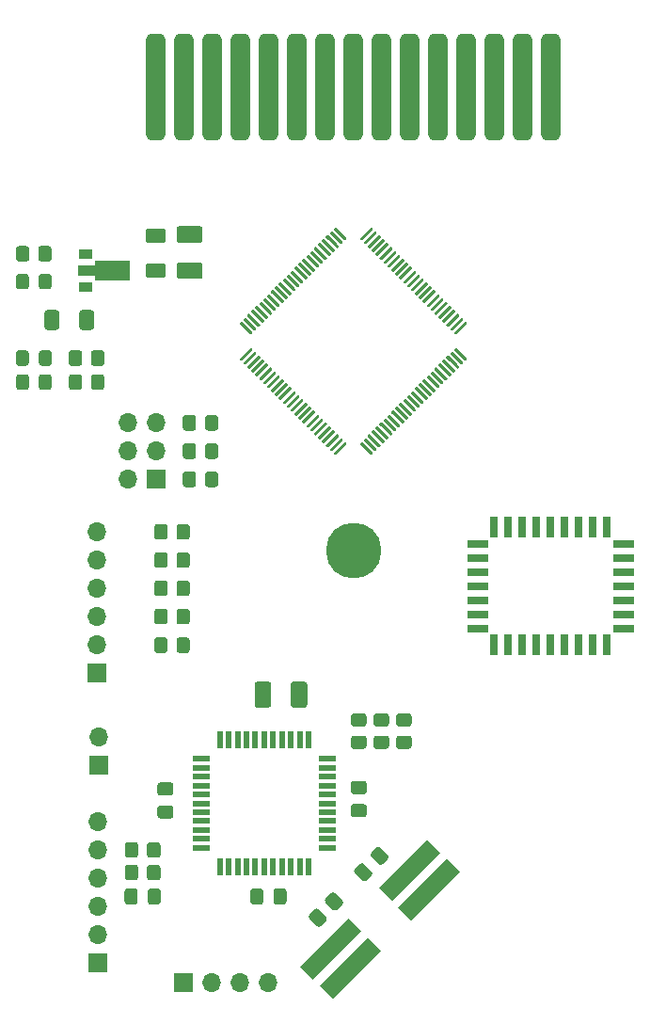
<source format=gbr>
%TF.GenerationSoftware,KiCad,Pcbnew,5.1.10-6.fc33*%
%TF.CreationDate,2021-09-12T19:05:31+02:00*%
%TF.ProjectId,xecar524,78656361-7235-4323-942e-6b696361645f,rev?*%
%TF.SameCoordinates,Original*%
%TF.FileFunction,Soldermask,Top*%
%TF.FilePolarity,Negative*%
%FSLAX46Y46*%
G04 Gerber Fmt 4.6, Leading zero omitted, Abs format (unit mm)*
G04 Created by KiCad (PCBNEW 5.1.10-6.fc33) date 2021-09-12 19:05:31*
%MOMM*%
%LPD*%
G01*
G04 APERTURE LIST*
%ADD10O,1.700000X1.700000*%
%ADD11R,1.700000X1.700000*%
%ADD12R,1.500000X0.550000*%
%ADD13R,0.550000X1.500000*%
%ADD14R,0.700000X1.925000*%
%ADD15R,1.925000X0.700000*%
%ADD16C,0.100000*%
%ADD17C,5.000000*%
%ADD18R,1.300000X0.900000*%
G04 APERTURE END LIST*
%TO.C,R12*%
G36*
G01*
X154108999Y-108842000D02*
X155009001Y-108842000D01*
G75*
G02*
X155259000Y-109091999I0J-249999D01*
G01*
X155259000Y-109792001D01*
G75*
G02*
X155009001Y-110042000I-249999J0D01*
G01*
X154108999Y-110042000D01*
G75*
G02*
X153859000Y-109792001I0J249999D01*
G01*
X153859000Y-109091999D01*
G75*
G02*
X154108999Y-108842000I249999J0D01*
G01*
G37*
G36*
G01*
X154108999Y-106842000D02*
X155009001Y-106842000D01*
G75*
G02*
X155259000Y-107091999I0J-249999D01*
G01*
X155259000Y-107792001D01*
G75*
G02*
X155009001Y-108042000I-249999J0D01*
G01*
X154108999Y-108042000D01*
G75*
G02*
X153859000Y-107792001I0J249999D01*
G01*
X153859000Y-107091999D01*
G75*
G02*
X154108999Y-106842000I249999J0D01*
G01*
G37*
%TD*%
%TO.C,R11*%
G36*
G01*
X150044999Y-108842000D02*
X150945001Y-108842000D01*
G75*
G02*
X151195000Y-109091999I0J-249999D01*
G01*
X151195000Y-109792001D01*
G75*
G02*
X150945001Y-110042000I-249999J0D01*
G01*
X150044999Y-110042000D01*
G75*
G02*
X149795000Y-109792001I0J249999D01*
G01*
X149795000Y-109091999D01*
G75*
G02*
X150044999Y-108842000I249999J0D01*
G01*
G37*
G36*
G01*
X150044999Y-106842000D02*
X150945001Y-106842000D01*
G75*
G02*
X151195000Y-107091999I0J-249999D01*
G01*
X151195000Y-107792001D01*
G75*
G02*
X150945001Y-108042000I-249999J0D01*
G01*
X150044999Y-108042000D01*
G75*
G02*
X149795000Y-107792001I0J249999D01*
G01*
X149795000Y-107091999D01*
G75*
G02*
X150044999Y-106842000I249999J0D01*
G01*
G37*
%TD*%
%TO.C,R10*%
G36*
G01*
X152076999Y-108842000D02*
X152977001Y-108842000D01*
G75*
G02*
X153227000Y-109091999I0J-249999D01*
G01*
X153227000Y-109792001D01*
G75*
G02*
X152977001Y-110042000I-249999J0D01*
G01*
X152076999Y-110042000D01*
G75*
G02*
X151827000Y-109792001I0J249999D01*
G01*
X151827000Y-109091999D01*
G75*
G02*
X152076999Y-108842000I249999J0D01*
G01*
G37*
G36*
G01*
X152076999Y-106842000D02*
X152977001Y-106842000D01*
G75*
G02*
X153227000Y-107091999I0J-249999D01*
G01*
X153227000Y-107792001D01*
G75*
G02*
X152977001Y-108042000I-249999J0D01*
G01*
X152076999Y-108042000D01*
G75*
G02*
X151827000Y-107792001I0J249999D01*
G01*
X151827000Y-107091999D01*
G75*
G02*
X152076999Y-106842000I249999J0D01*
G01*
G37*
%TD*%
D10*
%TO.C,J4*%
X142367000Y-131064000D03*
X139827000Y-131064000D03*
X137287000Y-131064000D03*
D11*
X134747000Y-131064000D03*
%TD*%
D12*
%TO.C,U5*%
X147686000Y-110935000D03*
X147686000Y-111735000D03*
X147686000Y-112535000D03*
X147686000Y-113335000D03*
X147686000Y-114135000D03*
X147686000Y-114935000D03*
X147686000Y-115735000D03*
X147686000Y-116535000D03*
X147686000Y-117335000D03*
X147686000Y-118135000D03*
X147686000Y-118935000D03*
D13*
X145986000Y-120635000D03*
X145186000Y-120635000D03*
X144386000Y-120635000D03*
X143586000Y-120635000D03*
X142786000Y-120635000D03*
X141986000Y-120635000D03*
X141186000Y-120635000D03*
X140386000Y-120635000D03*
X139586000Y-120635000D03*
X138786000Y-120635000D03*
X137986000Y-120635000D03*
D12*
X136286000Y-118935000D03*
X136286000Y-118135000D03*
X136286000Y-117335000D03*
X136286000Y-116535000D03*
X136286000Y-115735000D03*
X136286000Y-114935000D03*
X136286000Y-114135000D03*
X136286000Y-113335000D03*
X136286000Y-112535000D03*
X136286000Y-111735000D03*
X136286000Y-110935000D03*
D13*
X137986000Y-109235000D03*
X138786000Y-109235000D03*
X139586000Y-109235000D03*
X140386000Y-109235000D03*
X141186000Y-109235000D03*
X141986000Y-109235000D03*
X142786000Y-109235000D03*
X143586000Y-109235000D03*
X144386000Y-109235000D03*
X145186000Y-109235000D03*
X145986000Y-109235000D03*
%TD*%
%TO.C,R9*%
G36*
G01*
X136655000Y-86238501D02*
X136655000Y-85338499D01*
G75*
G02*
X136904999Y-85088500I249999J0D01*
G01*
X137605001Y-85088500D01*
G75*
G02*
X137855000Y-85338499I0J-249999D01*
G01*
X137855000Y-86238501D01*
G75*
G02*
X137605001Y-86488500I-249999J0D01*
G01*
X136904999Y-86488500D01*
G75*
G02*
X136655000Y-86238501I0J249999D01*
G01*
G37*
G36*
G01*
X134655000Y-86238501D02*
X134655000Y-85338499D01*
G75*
G02*
X134904999Y-85088500I249999J0D01*
G01*
X135605001Y-85088500D01*
G75*
G02*
X135855000Y-85338499I0J-249999D01*
G01*
X135855000Y-86238501D01*
G75*
G02*
X135605001Y-86488500I-249999J0D01*
G01*
X134904999Y-86488500D01*
G75*
G02*
X134655000Y-86238501I0J249999D01*
G01*
G37*
%TD*%
D10*
%TO.C,J3*%
X129730500Y-80708500D03*
X132270500Y-80708500D03*
X129730500Y-83248500D03*
X132270500Y-83248500D03*
X129730500Y-85788500D03*
D11*
X132270500Y-85788500D03*
%TD*%
D10*
%TO.C,JP1*%
X127127000Y-108966000D03*
D11*
X127127000Y-111506000D03*
%TD*%
D10*
%TO.C,J2*%
X127000000Y-116586000D03*
X127000000Y-119126000D03*
X127000000Y-121666000D03*
X127000000Y-124206000D03*
X127000000Y-126746000D03*
D11*
X127000000Y-129286000D03*
%TD*%
D14*
%TO.C,U4*%
X172855000Y-100699500D03*
X171585000Y-100699500D03*
X170315000Y-100699500D03*
X169045000Y-100699500D03*
X167775000Y-100699500D03*
X166505000Y-100699500D03*
X165235000Y-100699500D03*
X163965000Y-100699500D03*
X162695000Y-100699500D03*
D15*
X161182500Y-99187000D03*
X161182500Y-97917000D03*
X161182500Y-96647000D03*
X161182500Y-95377000D03*
X161182500Y-94107000D03*
X161182500Y-92837000D03*
X161182500Y-91567000D03*
D14*
X162695000Y-90054500D03*
X163965000Y-90054500D03*
X165235000Y-90054500D03*
X166505000Y-90054500D03*
X167775000Y-90054500D03*
X169045000Y-90054500D03*
X170315000Y-90054500D03*
X171585000Y-90054500D03*
X172855000Y-90054500D03*
D15*
X174367500Y-96647000D03*
X174367500Y-97917000D03*
X174367500Y-99187000D03*
X174367500Y-91567000D03*
X174367500Y-92837000D03*
X174367500Y-94107000D03*
X174367500Y-95377000D03*
%TD*%
D16*
%TO.C,Y1*%
G36*
X158410408Y-119904277D02*
G01*
X159592691Y-121086560D01*
X155243984Y-125435267D01*
X154061701Y-124252984D01*
X158410408Y-119904277D01*
G37*
G36*
X151303984Y-127010701D02*
G01*
X152486267Y-128192984D01*
X148137560Y-132541691D01*
X146955277Y-131359408D01*
X151303984Y-127010701D01*
G37*
G36*
X149556016Y-125262733D02*
G01*
X150738299Y-126445016D01*
X146389592Y-130793723D01*
X145207309Y-129611440D01*
X149556016Y-125262733D01*
G37*
G36*
X156662440Y-118156309D02*
G01*
X157844723Y-119338592D01*
X153496016Y-123687299D01*
X152313733Y-122505016D01*
X156662440Y-118156309D01*
G37*
%TD*%
%TO.C,R8*%
G36*
G01*
X131448000Y-121608001D02*
X131448000Y-120707999D01*
G75*
G02*
X131697999Y-120458000I249999J0D01*
G01*
X132398001Y-120458000D01*
G75*
G02*
X132648000Y-120707999I0J-249999D01*
G01*
X132648000Y-121608001D01*
G75*
G02*
X132398001Y-121858000I-249999J0D01*
G01*
X131697999Y-121858000D01*
G75*
G02*
X131448000Y-121608001I0J249999D01*
G01*
G37*
G36*
G01*
X129448000Y-121608001D02*
X129448000Y-120707999D01*
G75*
G02*
X129697999Y-120458000I249999J0D01*
G01*
X130398001Y-120458000D01*
G75*
G02*
X130648000Y-120707999I0J-249999D01*
G01*
X130648000Y-121608001D01*
G75*
G02*
X130398001Y-121858000I-249999J0D01*
G01*
X129697999Y-121858000D01*
G75*
G02*
X129448000Y-121608001I0J249999D01*
G01*
G37*
%TD*%
%TO.C,R7*%
G36*
G01*
X131448000Y-119576001D02*
X131448000Y-118675999D01*
G75*
G02*
X131697999Y-118426000I249999J0D01*
G01*
X132398001Y-118426000D01*
G75*
G02*
X132648000Y-118675999I0J-249999D01*
G01*
X132648000Y-119576001D01*
G75*
G02*
X132398001Y-119826000I-249999J0D01*
G01*
X131697999Y-119826000D01*
G75*
G02*
X131448000Y-119576001I0J249999D01*
G01*
G37*
G36*
G01*
X129448000Y-119576001D02*
X129448000Y-118675999D01*
G75*
G02*
X129697999Y-118426000I249999J0D01*
G01*
X130398001Y-118426000D01*
G75*
G02*
X130648000Y-118675999I0J-249999D01*
G01*
X130648000Y-119576001D01*
G75*
G02*
X130398001Y-119826000I-249999J0D01*
G01*
X129697999Y-119826000D01*
G75*
G02*
X129448000Y-119576001I0J249999D01*
G01*
G37*
%TD*%
%TO.C,C18*%
G36*
G01*
X148199696Y-124506055D02*
X147527945Y-123834304D01*
G75*
G02*
X147527945Y-123480750I176777J176777D01*
G01*
X148005242Y-123003453D01*
G75*
G02*
X148358796Y-123003453I176777J-176777D01*
G01*
X149030547Y-123675204D01*
G75*
G02*
X149030547Y-124028758I-176777J-176777D01*
G01*
X148553250Y-124506055D01*
G75*
G02*
X148199696Y-124506055I-176777J176777D01*
G01*
G37*
G36*
G01*
X146732450Y-125973301D02*
X146060699Y-125301550D01*
G75*
G02*
X146060699Y-124947996I176777J176777D01*
G01*
X146537996Y-124470699D01*
G75*
G02*
X146891550Y-124470699I176777J-176777D01*
G01*
X147563301Y-125142450D01*
G75*
G02*
X147563301Y-125496004I-176777J-176777D01*
G01*
X147086004Y-125973301D01*
G75*
G02*
X146732450Y-125973301I-176777J176777D01*
G01*
G37*
%TD*%
%TO.C,C17*%
G36*
G01*
X150983927Y-120378322D02*
X151655678Y-121050073D01*
G75*
G02*
X151655678Y-121403627I-176777J-176777D01*
G01*
X151178381Y-121880924D01*
G75*
G02*
X150824827Y-121880924I-176777J176777D01*
G01*
X150153076Y-121209173D01*
G75*
G02*
X150153076Y-120855619I176777J176777D01*
G01*
X150630373Y-120378322D01*
G75*
G02*
X150983927Y-120378322I176777J-176777D01*
G01*
G37*
G36*
G01*
X152451173Y-118911076D02*
X153122924Y-119582827D01*
G75*
G02*
X153122924Y-119936381I-176777J-176777D01*
G01*
X152645627Y-120413678D01*
G75*
G02*
X152292073Y-120413678I-176777J176777D01*
G01*
X151620322Y-119741927D01*
G75*
G02*
X151620322Y-119388373I176777J176777D01*
G01*
X152097619Y-118911076D01*
G75*
G02*
X152451173Y-118911076I176777J-176777D01*
G01*
G37*
%TD*%
%TO.C,C16*%
G36*
G01*
X133571000Y-114231000D02*
X132621000Y-114231000D01*
G75*
G02*
X132371000Y-113981000I0J250000D01*
G01*
X132371000Y-113306000D01*
G75*
G02*
X132621000Y-113056000I250000J0D01*
G01*
X133571000Y-113056000D01*
G75*
G02*
X133821000Y-113306000I0J-250000D01*
G01*
X133821000Y-113981000D01*
G75*
G02*
X133571000Y-114231000I-250000J0D01*
G01*
G37*
G36*
G01*
X133571000Y-116306000D02*
X132621000Y-116306000D01*
G75*
G02*
X132371000Y-116056000I0J250000D01*
G01*
X132371000Y-115381000D01*
G75*
G02*
X132621000Y-115131000I250000J0D01*
G01*
X133571000Y-115131000D01*
G75*
G02*
X133821000Y-115381000I0J-250000D01*
G01*
X133821000Y-116056000D01*
G75*
G02*
X133571000Y-116306000I-250000J0D01*
G01*
G37*
%TD*%
%TO.C,C15*%
G36*
G01*
X150020000Y-115004000D02*
X150970000Y-115004000D01*
G75*
G02*
X151220000Y-115254000I0J-250000D01*
G01*
X151220000Y-115929000D01*
G75*
G02*
X150970000Y-116179000I-250000J0D01*
G01*
X150020000Y-116179000D01*
G75*
G02*
X149770000Y-115929000I0J250000D01*
G01*
X149770000Y-115254000D01*
G75*
G02*
X150020000Y-115004000I250000J0D01*
G01*
G37*
G36*
G01*
X150020000Y-112929000D02*
X150970000Y-112929000D01*
G75*
G02*
X151220000Y-113179000I0J-250000D01*
G01*
X151220000Y-113854000D01*
G75*
G02*
X150970000Y-114104000I-250000J0D01*
G01*
X150020000Y-114104000D01*
G75*
G02*
X149770000Y-113854000I0J250000D01*
G01*
X149770000Y-113179000D01*
G75*
G02*
X150020000Y-112929000I250000J0D01*
G01*
G37*
%TD*%
%TO.C,C14*%
G36*
G01*
X142817000Y-123792000D02*
X142817000Y-122842000D01*
G75*
G02*
X143067000Y-122592000I250000J0D01*
G01*
X143742000Y-122592000D01*
G75*
G02*
X143992000Y-122842000I0J-250000D01*
G01*
X143992000Y-123792000D01*
G75*
G02*
X143742000Y-124042000I-250000J0D01*
G01*
X143067000Y-124042000D01*
G75*
G02*
X142817000Y-123792000I0J250000D01*
G01*
G37*
G36*
G01*
X140742000Y-123792000D02*
X140742000Y-122842000D01*
G75*
G02*
X140992000Y-122592000I250000J0D01*
G01*
X141667000Y-122592000D01*
G75*
G02*
X141917000Y-122842000I0J-250000D01*
G01*
X141917000Y-123792000D01*
G75*
G02*
X141667000Y-124042000I-250000J0D01*
G01*
X140992000Y-124042000D01*
G75*
G02*
X140742000Y-123792000I0J250000D01*
G01*
G37*
%TD*%
%TO.C,C13*%
G36*
G01*
X144359000Y-106081000D02*
X144359000Y-104231000D01*
G75*
G02*
X144609000Y-103981000I250000J0D01*
G01*
X145609000Y-103981000D01*
G75*
G02*
X145859000Y-104231000I0J-250000D01*
G01*
X145859000Y-106081000D01*
G75*
G02*
X145609000Y-106331000I-250000J0D01*
G01*
X144609000Y-106331000D01*
G75*
G02*
X144359000Y-106081000I0J250000D01*
G01*
G37*
G36*
G01*
X141109000Y-106081000D02*
X141109000Y-104231000D01*
G75*
G02*
X141359000Y-103981000I250000J0D01*
G01*
X142359000Y-103981000D01*
G75*
G02*
X142609000Y-104231000I0J-250000D01*
G01*
X142609000Y-106081000D01*
G75*
G02*
X142359000Y-106331000I-250000J0D01*
G01*
X141359000Y-106331000D01*
G75*
G02*
X141109000Y-106081000I0J250000D01*
G01*
G37*
%TD*%
%TO.C,C12*%
G36*
G01*
X130598000Y-122842000D02*
X130598000Y-123792000D01*
G75*
G02*
X130348000Y-124042000I-250000J0D01*
G01*
X129673000Y-124042000D01*
G75*
G02*
X129423000Y-123792000I0J250000D01*
G01*
X129423000Y-122842000D01*
G75*
G02*
X129673000Y-122592000I250000J0D01*
G01*
X130348000Y-122592000D01*
G75*
G02*
X130598000Y-122842000I0J-250000D01*
G01*
G37*
G36*
G01*
X132673000Y-122842000D02*
X132673000Y-123792000D01*
G75*
G02*
X132423000Y-124042000I-250000J0D01*
G01*
X131748000Y-124042000D01*
G75*
G02*
X131498000Y-123792000I0J250000D01*
G01*
X131498000Y-122842000D01*
G75*
G02*
X131748000Y-122592000I250000J0D01*
G01*
X132423000Y-122592000D01*
G75*
G02*
X132673000Y-122842000I0J-250000D01*
G01*
G37*
%TD*%
%TO.C,R17*%
G36*
G01*
X134655000Y-83698501D02*
X134655000Y-82798499D01*
G75*
G02*
X134904999Y-82548500I249999J0D01*
G01*
X135605001Y-82548500D01*
G75*
G02*
X135855000Y-82798499I0J-249999D01*
G01*
X135855000Y-83698501D01*
G75*
G02*
X135605001Y-83948500I-249999J0D01*
G01*
X134904999Y-83948500D01*
G75*
G02*
X134655000Y-83698501I0J249999D01*
G01*
G37*
G36*
G01*
X136655000Y-83698501D02*
X136655000Y-82798499D01*
G75*
G02*
X136904999Y-82548500I249999J0D01*
G01*
X137605001Y-82548500D01*
G75*
G02*
X137855000Y-82798499I0J-249999D01*
G01*
X137855000Y-83698501D01*
G75*
G02*
X137605001Y-83948500I-249999J0D01*
G01*
X136904999Y-83948500D01*
G75*
G02*
X136655000Y-83698501I0J249999D01*
G01*
G37*
%TD*%
%TO.C,R16*%
G36*
G01*
X137855000Y-80258499D02*
X137855000Y-81158501D01*
G75*
G02*
X137605001Y-81408500I-249999J0D01*
G01*
X136904999Y-81408500D01*
G75*
G02*
X136655000Y-81158501I0J249999D01*
G01*
X136655000Y-80258499D01*
G75*
G02*
X136904999Y-80008500I249999J0D01*
G01*
X137605001Y-80008500D01*
G75*
G02*
X137855000Y-80258499I0J-249999D01*
G01*
G37*
G36*
G01*
X135855000Y-80258499D02*
X135855000Y-81158501D01*
G75*
G02*
X135605001Y-81408500I-249999J0D01*
G01*
X134904999Y-81408500D01*
G75*
G02*
X134655000Y-81158501I0J249999D01*
G01*
X134655000Y-80258499D01*
G75*
G02*
X134904999Y-80008500I249999J0D01*
G01*
X135605001Y-80008500D01*
G75*
G02*
X135855000Y-80258499I0J-249999D01*
G01*
G37*
%TD*%
%TO.C,R15*%
G36*
G01*
X125600000Y-76592999D02*
X125600000Y-77493001D01*
G75*
G02*
X125350001Y-77743000I-249999J0D01*
G01*
X124649999Y-77743000D01*
G75*
G02*
X124400000Y-77493001I0J249999D01*
G01*
X124400000Y-76592999D01*
G75*
G02*
X124649999Y-76343000I249999J0D01*
G01*
X125350001Y-76343000D01*
G75*
G02*
X125600000Y-76592999I0J-249999D01*
G01*
G37*
G36*
G01*
X127600000Y-76592999D02*
X127600000Y-77493001D01*
G75*
G02*
X127350001Y-77743000I-249999J0D01*
G01*
X126649999Y-77743000D01*
G75*
G02*
X126400000Y-77493001I0J249999D01*
G01*
X126400000Y-76592999D01*
G75*
G02*
X126649999Y-76343000I249999J0D01*
G01*
X127350001Y-76343000D01*
G75*
G02*
X127600000Y-76592999I0J-249999D01*
G01*
G37*
%TD*%
%TO.C,R14*%
G36*
G01*
X125600000Y-74433999D02*
X125600000Y-75334001D01*
G75*
G02*
X125350001Y-75584000I-249999J0D01*
G01*
X124649999Y-75584000D01*
G75*
G02*
X124400000Y-75334001I0J249999D01*
G01*
X124400000Y-74433999D01*
G75*
G02*
X124649999Y-74184000I249999J0D01*
G01*
X125350001Y-74184000D01*
G75*
G02*
X125600000Y-74433999I0J-249999D01*
G01*
G37*
G36*
G01*
X127600000Y-74433999D02*
X127600000Y-75334001D01*
G75*
G02*
X127350001Y-75584000I-249999J0D01*
G01*
X126649999Y-75584000D01*
G75*
G02*
X126400000Y-75334001I0J249999D01*
G01*
X126400000Y-74433999D01*
G75*
G02*
X126649999Y-74184000I249999J0D01*
G01*
X127350001Y-74184000D01*
G75*
G02*
X127600000Y-74433999I0J-249999D01*
G01*
G37*
%TD*%
%TO.C,D3*%
G36*
G01*
X120800000Y-76592999D02*
X120800000Y-77493001D01*
G75*
G02*
X120550001Y-77743000I-249999J0D01*
G01*
X119899999Y-77743000D01*
G75*
G02*
X119650000Y-77493001I0J249999D01*
G01*
X119650000Y-76592999D01*
G75*
G02*
X119899999Y-76343000I249999J0D01*
G01*
X120550001Y-76343000D01*
G75*
G02*
X120800000Y-76592999I0J-249999D01*
G01*
G37*
G36*
G01*
X122850000Y-76592999D02*
X122850000Y-77493001D01*
G75*
G02*
X122600001Y-77743000I-249999J0D01*
G01*
X121949999Y-77743000D01*
G75*
G02*
X121700000Y-77493001I0J249999D01*
G01*
X121700000Y-76592999D01*
G75*
G02*
X121949999Y-76343000I249999J0D01*
G01*
X122600001Y-76343000D01*
G75*
G02*
X122850000Y-76592999I0J-249999D01*
G01*
G37*
%TD*%
%TO.C,D2*%
G36*
G01*
X120800000Y-74433999D02*
X120800000Y-75334001D01*
G75*
G02*
X120550001Y-75584000I-249999J0D01*
G01*
X119899999Y-75584000D01*
G75*
G02*
X119650000Y-75334001I0J249999D01*
G01*
X119650000Y-74433999D01*
G75*
G02*
X119899999Y-74184000I249999J0D01*
G01*
X120550001Y-74184000D01*
G75*
G02*
X120800000Y-74433999I0J-249999D01*
G01*
G37*
G36*
G01*
X122850000Y-74433999D02*
X122850000Y-75334001D01*
G75*
G02*
X122600001Y-75584000I-249999J0D01*
G01*
X121949999Y-75584000D01*
G75*
G02*
X121700000Y-75334001I0J249999D01*
G01*
X121700000Y-74433999D01*
G75*
G02*
X121949999Y-74184000I249999J0D01*
G01*
X122600001Y-74184000D01*
G75*
G02*
X122850000Y-74433999I0J-249999D01*
G01*
G37*
%TD*%
%TO.C,C11*%
G36*
G01*
X136193000Y-64510000D02*
X134343000Y-64510000D01*
G75*
G02*
X134093000Y-64260000I0J250000D01*
G01*
X134093000Y-63260000D01*
G75*
G02*
X134343000Y-63010000I250000J0D01*
G01*
X136193000Y-63010000D01*
G75*
G02*
X136443000Y-63260000I0J-250000D01*
G01*
X136443000Y-64260000D01*
G75*
G02*
X136193000Y-64510000I-250000J0D01*
G01*
G37*
G36*
G01*
X136193000Y-67760000D02*
X134343000Y-67760000D01*
G75*
G02*
X134093000Y-67510000I0J250000D01*
G01*
X134093000Y-66510000D01*
G75*
G02*
X134343000Y-66260000I250000J0D01*
G01*
X136193000Y-66260000D01*
G75*
G02*
X136443000Y-66510000I0J-250000D01*
G01*
X136443000Y-67510000D01*
G75*
G02*
X136193000Y-67760000I-250000J0D01*
G01*
G37*
%TD*%
%TO.C,R6*%
G36*
G01*
X135286500Y-90069999D02*
X135286500Y-90970001D01*
G75*
G02*
X135036501Y-91220000I-249999J0D01*
G01*
X134336499Y-91220000D01*
G75*
G02*
X134086500Y-90970001I0J249999D01*
G01*
X134086500Y-90069999D01*
G75*
G02*
X134336499Y-89820000I249999J0D01*
G01*
X135036501Y-89820000D01*
G75*
G02*
X135286500Y-90069999I0J-249999D01*
G01*
G37*
G36*
G01*
X133286500Y-90069999D02*
X133286500Y-90970001D01*
G75*
G02*
X133036501Y-91220000I-249999J0D01*
G01*
X132336499Y-91220000D01*
G75*
G02*
X132086500Y-90970001I0J249999D01*
G01*
X132086500Y-90069999D01*
G75*
G02*
X132336499Y-89820000I249999J0D01*
G01*
X133036501Y-89820000D01*
G75*
G02*
X133286500Y-90069999I0J-249999D01*
G01*
G37*
%TD*%
%TO.C,R5*%
G36*
G01*
X135286500Y-92609999D02*
X135286500Y-93510001D01*
G75*
G02*
X135036501Y-93760000I-249999J0D01*
G01*
X134336499Y-93760000D01*
G75*
G02*
X134086500Y-93510001I0J249999D01*
G01*
X134086500Y-92609999D01*
G75*
G02*
X134336499Y-92360000I249999J0D01*
G01*
X135036501Y-92360000D01*
G75*
G02*
X135286500Y-92609999I0J-249999D01*
G01*
G37*
G36*
G01*
X133286500Y-92609999D02*
X133286500Y-93510001D01*
G75*
G02*
X133036501Y-93760000I-249999J0D01*
G01*
X132336499Y-93760000D01*
G75*
G02*
X132086500Y-93510001I0J249999D01*
G01*
X132086500Y-92609999D01*
G75*
G02*
X132336499Y-92360000I249999J0D01*
G01*
X133036501Y-92360000D01*
G75*
G02*
X133286500Y-92609999I0J-249999D01*
G01*
G37*
%TD*%
%TO.C,R4*%
G36*
G01*
X135286500Y-95149999D02*
X135286500Y-96050001D01*
G75*
G02*
X135036501Y-96300000I-249999J0D01*
G01*
X134336499Y-96300000D01*
G75*
G02*
X134086500Y-96050001I0J249999D01*
G01*
X134086500Y-95149999D01*
G75*
G02*
X134336499Y-94900000I249999J0D01*
G01*
X135036501Y-94900000D01*
G75*
G02*
X135286500Y-95149999I0J-249999D01*
G01*
G37*
G36*
G01*
X133286500Y-95149999D02*
X133286500Y-96050001D01*
G75*
G02*
X133036501Y-96300000I-249999J0D01*
G01*
X132336499Y-96300000D01*
G75*
G02*
X132086500Y-96050001I0J249999D01*
G01*
X132086500Y-95149999D01*
G75*
G02*
X132336499Y-94900000I249999J0D01*
G01*
X133036501Y-94900000D01*
G75*
G02*
X133286500Y-95149999I0J-249999D01*
G01*
G37*
%TD*%
%TO.C,R3*%
G36*
G01*
X135286500Y-97689999D02*
X135286500Y-98590001D01*
G75*
G02*
X135036501Y-98840000I-249999J0D01*
G01*
X134336499Y-98840000D01*
G75*
G02*
X134086500Y-98590001I0J249999D01*
G01*
X134086500Y-97689999D01*
G75*
G02*
X134336499Y-97440000I249999J0D01*
G01*
X135036501Y-97440000D01*
G75*
G02*
X135286500Y-97689999I0J-249999D01*
G01*
G37*
G36*
G01*
X133286500Y-97689999D02*
X133286500Y-98590001D01*
G75*
G02*
X133036501Y-98840000I-249999J0D01*
G01*
X132336499Y-98840000D01*
G75*
G02*
X132086500Y-98590001I0J249999D01*
G01*
X132086500Y-97689999D01*
G75*
G02*
X132336499Y-97440000I249999J0D01*
G01*
X133036501Y-97440000D01*
G75*
G02*
X133286500Y-97689999I0J-249999D01*
G01*
G37*
%TD*%
%TO.C,R2*%
G36*
G01*
X135286500Y-100260999D02*
X135286500Y-101161001D01*
G75*
G02*
X135036501Y-101411000I-249999J0D01*
G01*
X134336499Y-101411000D01*
G75*
G02*
X134086500Y-101161001I0J249999D01*
G01*
X134086500Y-100260999D01*
G75*
G02*
X134336499Y-100011000I249999J0D01*
G01*
X135036501Y-100011000D01*
G75*
G02*
X135286500Y-100260999I0J-249999D01*
G01*
G37*
G36*
G01*
X133286500Y-100260999D02*
X133286500Y-101161001D01*
G75*
G02*
X133036501Y-101411000I-249999J0D01*
G01*
X132336499Y-101411000D01*
G75*
G02*
X132086500Y-101161001I0J249999D01*
G01*
X132086500Y-100260999D01*
G75*
G02*
X132336499Y-100011000I249999J0D01*
G01*
X133036501Y-100011000D01*
G75*
G02*
X133286500Y-100260999I0J-249999D01*
G01*
G37*
%TD*%
D11*
%TO.C,J1*%
X126936500Y-103220000D03*
D10*
X126936500Y-100680000D03*
X126936500Y-98140000D03*
X126936500Y-95600000D03*
X126936500Y-93060000D03*
X126936500Y-90520000D03*
%TD*%
%TO.C,U3*%
G36*
G01*
X150601041Y-64061546D02*
X151537957Y-63124630D01*
G75*
G02*
X151644023Y-63124630I53033J-53033D01*
G01*
X151750089Y-63230696D01*
G75*
G02*
X151750089Y-63336762I-53033J-53033D01*
G01*
X150813173Y-64273678D01*
G75*
G02*
X150707107Y-64273678I-53033J53033D01*
G01*
X150601041Y-64167612D01*
G75*
G02*
X150601041Y-64061546I53033J53033D01*
G01*
G37*
G36*
G01*
X150954594Y-64415099D02*
X151891510Y-63478183D01*
G75*
G02*
X151997576Y-63478183I53033J-53033D01*
G01*
X152103642Y-63584249D01*
G75*
G02*
X152103642Y-63690315I-53033J-53033D01*
G01*
X151166726Y-64627231D01*
G75*
G02*
X151060660Y-64627231I-53033J53033D01*
G01*
X150954594Y-64521165D01*
G75*
G02*
X150954594Y-64415099I53033J53033D01*
G01*
G37*
G36*
G01*
X151308148Y-64768652D02*
X152245064Y-63831736D01*
G75*
G02*
X152351130Y-63831736I53033J-53033D01*
G01*
X152457196Y-63937802D01*
G75*
G02*
X152457196Y-64043868I-53033J-53033D01*
G01*
X151520280Y-64980784D01*
G75*
G02*
X151414214Y-64980784I-53033J53033D01*
G01*
X151308148Y-64874718D01*
G75*
G02*
X151308148Y-64768652I53033J53033D01*
G01*
G37*
G36*
G01*
X151661701Y-65122206D02*
X152598617Y-64185290D01*
G75*
G02*
X152704683Y-64185290I53033J-53033D01*
G01*
X152810749Y-64291356D01*
G75*
G02*
X152810749Y-64397422I-53033J-53033D01*
G01*
X151873833Y-65334338D01*
G75*
G02*
X151767767Y-65334338I-53033J53033D01*
G01*
X151661701Y-65228272D01*
G75*
G02*
X151661701Y-65122206I53033J53033D01*
G01*
G37*
G36*
G01*
X152015255Y-65475759D02*
X152952171Y-64538843D01*
G75*
G02*
X153058237Y-64538843I53033J-53033D01*
G01*
X153164303Y-64644909D01*
G75*
G02*
X153164303Y-64750975I-53033J-53033D01*
G01*
X152227387Y-65687891D01*
G75*
G02*
X152121321Y-65687891I-53033J53033D01*
G01*
X152015255Y-65581825D01*
G75*
G02*
X152015255Y-65475759I53033J53033D01*
G01*
G37*
G36*
G01*
X152368808Y-65829313D02*
X153305724Y-64892397D01*
G75*
G02*
X153411790Y-64892397I53033J-53033D01*
G01*
X153517856Y-64998463D01*
G75*
G02*
X153517856Y-65104529I-53033J-53033D01*
G01*
X152580940Y-66041445D01*
G75*
G02*
X152474874Y-66041445I-53033J53033D01*
G01*
X152368808Y-65935379D01*
G75*
G02*
X152368808Y-65829313I53033J53033D01*
G01*
G37*
G36*
G01*
X152722361Y-66182866D02*
X153659277Y-65245950D01*
G75*
G02*
X153765343Y-65245950I53033J-53033D01*
G01*
X153871409Y-65352016D01*
G75*
G02*
X153871409Y-65458082I-53033J-53033D01*
G01*
X152934493Y-66394998D01*
G75*
G02*
X152828427Y-66394998I-53033J53033D01*
G01*
X152722361Y-66288932D01*
G75*
G02*
X152722361Y-66182866I53033J53033D01*
G01*
G37*
G36*
G01*
X153075915Y-66536419D02*
X154012831Y-65599503D01*
G75*
G02*
X154118897Y-65599503I53033J-53033D01*
G01*
X154224963Y-65705569D01*
G75*
G02*
X154224963Y-65811635I-53033J-53033D01*
G01*
X153288047Y-66748551D01*
G75*
G02*
X153181981Y-66748551I-53033J53033D01*
G01*
X153075915Y-66642485D01*
G75*
G02*
X153075915Y-66536419I53033J53033D01*
G01*
G37*
G36*
G01*
X153429468Y-66889973D02*
X154366384Y-65953057D01*
G75*
G02*
X154472450Y-65953057I53033J-53033D01*
G01*
X154578516Y-66059123D01*
G75*
G02*
X154578516Y-66165189I-53033J-53033D01*
G01*
X153641600Y-67102105D01*
G75*
G02*
X153535534Y-67102105I-53033J53033D01*
G01*
X153429468Y-66996039D01*
G75*
G02*
X153429468Y-66889973I53033J53033D01*
G01*
G37*
G36*
G01*
X153783022Y-67243526D02*
X154719938Y-66306610D01*
G75*
G02*
X154826004Y-66306610I53033J-53033D01*
G01*
X154932070Y-66412676D01*
G75*
G02*
X154932070Y-66518742I-53033J-53033D01*
G01*
X153995154Y-67455658D01*
G75*
G02*
X153889088Y-67455658I-53033J53033D01*
G01*
X153783022Y-67349592D01*
G75*
G02*
X153783022Y-67243526I53033J53033D01*
G01*
G37*
G36*
G01*
X154136575Y-67597080D02*
X155073491Y-66660164D01*
G75*
G02*
X155179557Y-66660164I53033J-53033D01*
G01*
X155285623Y-66766230D01*
G75*
G02*
X155285623Y-66872296I-53033J-53033D01*
G01*
X154348707Y-67809212D01*
G75*
G02*
X154242641Y-67809212I-53033J53033D01*
G01*
X154136575Y-67703146D01*
G75*
G02*
X154136575Y-67597080I53033J53033D01*
G01*
G37*
G36*
G01*
X154490128Y-67950633D02*
X155427044Y-67013717D01*
G75*
G02*
X155533110Y-67013717I53033J-53033D01*
G01*
X155639176Y-67119783D01*
G75*
G02*
X155639176Y-67225849I-53033J-53033D01*
G01*
X154702260Y-68162765D01*
G75*
G02*
X154596194Y-68162765I-53033J53033D01*
G01*
X154490128Y-68056699D01*
G75*
G02*
X154490128Y-67950633I53033J53033D01*
G01*
G37*
G36*
G01*
X154843682Y-68304186D02*
X155780598Y-67367270D01*
G75*
G02*
X155886664Y-67367270I53033J-53033D01*
G01*
X155992730Y-67473336D01*
G75*
G02*
X155992730Y-67579402I-53033J-53033D01*
G01*
X155055814Y-68516318D01*
G75*
G02*
X154949748Y-68516318I-53033J53033D01*
G01*
X154843682Y-68410252D01*
G75*
G02*
X154843682Y-68304186I53033J53033D01*
G01*
G37*
G36*
G01*
X155197235Y-68657740D02*
X156134151Y-67720824D01*
G75*
G02*
X156240217Y-67720824I53033J-53033D01*
G01*
X156346283Y-67826890D01*
G75*
G02*
X156346283Y-67932956I-53033J-53033D01*
G01*
X155409367Y-68869872D01*
G75*
G02*
X155303301Y-68869872I-53033J53033D01*
G01*
X155197235Y-68763806D01*
G75*
G02*
X155197235Y-68657740I53033J53033D01*
G01*
G37*
G36*
G01*
X155550788Y-69011293D02*
X156487704Y-68074377D01*
G75*
G02*
X156593770Y-68074377I53033J-53033D01*
G01*
X156699836Y-68180443D01*
G75*
G02*
X156699836Y-68286509I-53033J-53033D01*
G01*
X155762920Y-69223425D01*
G75*
G02*
X155656854Y-69223425I-53033J53033D01*
G01*
X155550788Y-69117359D01*
G75*
G02*
X155550788Y-69011293I53033J53033D01*
G01*
G37*
G36*
G01*
X155904342Y-69364846D02*
X156841258Y-68427930D01*
G75*
G02*
X156947324Y-68427930I53033J-53033D01*
G01*
X157053390Y-68533996D01*
G75*
G02*
X157053390Y-68640062I-53033J-53033D01*
G01*
X156116474Y-69576978D01*
G75*
G02*
X156010408Y-69576978I-53033J53033D01*
G01*
X155904342Y-69470912D01*
G75*
G02*
X155904342Y-69364846I53033J53033D01*
G01*
G37*
G36*
G01*
X156257895Y-69718400D02*
X157194811Y-68781484D01*
G75*
G02*
X157300877Y-68781484I53033J-53033D01*
G01*
X157406943Y-68887550D01*
G75*
G02*
X157406943Y-68993616I-53033J-53033D01*
G01*
X156470027Y-69930532D01*
G75*
G02*
X156363961Y-69930532I-53033J53033D01*
G01*
X156257895Y-69824466D01*
G75*
G02*
X156257895Y-69718400I53033J53033D01*
G01*
G37*
G36*
G01*
X156611449Y-70071953D02*
X157548365Y-69135037D01*
G75*
G02*
X157654431Y-69135037I53033J-53033D01*
G01*
X157760497Y-69241103D01*
G75*
G02*
X157760497Y-69347169I-53033J-53033D01*
G01*
X156823581Y-70284085D01*
G75*
G02*
X156717515Y-70284085I-53033J53033D01*
G01*
X156611449Y-70178019D01*
G75*
G02*
X156611449Y-70071953I53033J53033D01*
G01*
G37*
G36*
G01*
X156965002Y-70425507D02*
X157901918Y-69488591D01*
G75*
G02*
X158007984Y-69488591I53033J-53033D01*
G01*
X158114050Y-69594657D01*
G75*
G02*
X158114050Y-69700723I-53033J-53033D01*
G01*
X157177134Y-70637639D01*
G75*
G02*
X157071068Y-70637639I-53033J53033D01*
G01*
X156965002Y-70531573D01*
G75*
G02*
X156965002Y-70425507I53033J53033D01*
G01*
G37*
G36*
G01*
X157318555Y-70779060D02*
X158255471Y-69842144D01*
G75*
G02*
X158361537Y-69842144I53033J-53033D01*
G01*
X158467603Y-69948210D01*
G75*
G02*
X158467603Y-70054276I-53033J-53033D01*
G01*
X157530687Y-70991192D01*
G75*
G02*
X157424621Y-70991192I-53033J53033D01*
G01*
X157318555Y-70885126D01*
G75*
G02*
X157318555Y-70779060I53033J53033D01*
G01*
G37*
G36*
G01*
X157672109Y-71132613D02*
X158609025Y-70195697D01*
G75*
G02*
X158715091Y-70195697I53033J-53033D01*
G01*
X158821157Y-70301763D01*
G75*
G02*
X158821157Y-70407829I-53033J-53033D01*
G01*
X157884241Y-71344745D01*
G75*
G02*
X157778175Y-71344745I-53033J53033D01*
G01*
X157672109Y-71238679D01*
G75*
G02*
X157672109Y-71132613I53033J53033D01*
G01*
G37*
G36*
G01*
X158025662Y-71486167D02*
X158962578Y-70549251D01*
G75*
G02*
X159068644Y-70549251I53033J-53033D01*
G01*
X159174710Y-70655317D01*
G75*
G02*
X159174710Y-70761383I-53033J-53033D01*
G01*
X158237794Y-71698299D01*
G75*
G02*
X158131728Y-71698299I-53033J53033D01*
G01*
X158025662Y-71592233D01*
G75*
G02*
X158025662Y-71486167I53033J53033D01*
G01*
G37*
G36*
G01*
X158379216Y-71839720D02*
X159316132Y-70902804D01*
G75*
G02*
X159422198Y-70902804I53033J-53033D01*
G01*
X159528264Y-71008870D01*
G75*
G02*
X159528264Y-71114936I-53033J-53033D01*
G01*
X158591348Y-72051852D01*
G75*
G02*
X158485282Y-72051852I-53033J53033D01*
G01*
X158379216Y-71945786D01*
G75*
G02*
X158379216Y-71839720I53033J53033D01*
G01*
G37*
G36*
G01*
X158732769Y-72193274D02*
X159669685Y-71256358D01*
G75*
G02*
X159775751Y-71256358I53033J-53033D01*
G01*
X159881817Y-71362424D01*
G75*
G02*
X159881817Y-71468490I-53033J-53033D01*
G01*
X158944901Y-72405406D01*
G75*
G02*
X158838835Y-72405406I-53033J53033D01*
G01*
X158732769Y-72299340D01*
G75*
G02*
X158732769Y-72193274I53033J53033D01*
G01*
G37*
G36*
G01*
X159086322Y-72546827D02*
X160023238Y-71609911D01*
G75*
G02*
X160129304Y-71609911I53033J-53033D01*
G01*
X160235370Y-71715977D01*
G75*
G02*
X160235370Y-71822043I-53033J-53033D01*
G01*
X159298454Y-72758959D01*
G75*
G02*
X159192388Y-72758959I-53033J53033D01*
G01*
X159086322Y-72652893D01*
G75*
G02*
X159086322Y-72546827I53033J53033D01*
G01*
G37*
G36*
G01*
X159086322Y-74067107D02*
X159192388Y-73961041D01*
G75*
G02*
X159298454Y-73961041I53033J-53033D01*
G01*
X160235370Y-74897957D01*
G75*
G02*
X160235370Y-75004023I-53033J-53033D01*
G01*
X160129304Y-75110089D01*
G75*
G02*
X160023238Y-75110089I-53033J53033D01*
G01*
X159086322Y-74173173D01*
G75*
G02*
X159086322Y-74067107I53033J53033D01*
G01*
G37*
G36*
G01*
X158732769Y-74420660D02*
X158838835Y-74314594D01*
G75*
G02*
X158944901Y-74314594I53033J-53033D01*
G01*
X159881817Y-75251510D01*
G75*
G02*
X159881817Y-75357576I-53033J-53033D01*
G01*
X159775751Y-75463642D01*
G75*
G02*
X159669685Y-75463642I-53033J53033D01*
G01*
X158732769Y-74526726D01*
G75*
G02*
X158732769Y-74420660I53033J53033D01*
G01*
G37*
G36*
G01*
X158379216Y-74774214D02*
X158485282Y-74668148D01*
G75*
G02*
X158591348Y-74668148I53033J-53033D01*
G01*
X159528264Y-75605064D01*
G75*
G02*
X159528264Y-75711130I-53033J-53033D01*
G01*
X159422198Y-75817196D01*
G75*
G02*
X159316132Y-75817196I-53033J53033D01*
G01*
X158379216Y-74880280D01*
G75*
G02*
X158379216Y-74774214I53033J53033D01*
G01*
G37*
G36*
G01*
X158025662Y-75127767D02*
X158131728Y-75021701D01*
G75*
G02*
X158237794Y-75021701I53033J-53033D01*
G01*
X159174710Y-75958617D01*
G75*
G02*
X159174710Y-76064683I-53033J-53033D01*
G01*
X159068644Y-76170749D01*
G75*
G02*
X158962578Y-76170749I-53033J53033D01*
G01*
X158025662Y-75233833D01*
G75*
G02*
X158025662Y-75127767I53033J53033D01*
G01*
G37*
G36*
G01*
X157672109Y-75481321D02*
X157778175Y-75375255D01*
G75*
G02*
X157884241Y-75375255I53033J-53033D01*
G01*
X158821157Y-76312171D01*
G75*
G02*
X158821157Y-76418237I-53033J-53033D01*
G01*
X158715091Y-76524303D01*
G75*
G02*
X158609025Y-76524303I-53033J53033D01*
G01*
X157672109Y-75587387D01*
G75*
G02*
X157672109Y-75481321I53033J53033D01*
G01*
G37*
G36*
G01*
X157318555Y-75834874D02*
X157424621Y-75728808D01*
G75*
G02*
X157530687Y-75728808I53033J-53033D01*
G01*
X158467603Y-76665724D01*
G75*
G02*
X158467603Y-76771790I-53033J-53033D01*
G01*
X158361537Y-76877856D01*
G75*
G02*
X158255471Y-76877856I-53033J53033D01*
G01*
X157318555Y-75940940D01*
G75*
G02*
X157318555Y-75834874I53033J53033D01*
G01*
G37*
G36*
G01*
X156965002Y-76188427D02*
X157071068Y-76082361D01*
G75*
G02*
X157177134Y-76082361I53033J-53033D01*
G01*
X158114050Y-77019277D01*
G75*
G02*
X158114050Y-77125343I-53033J-53033D01*
G01*
X158007984Y-77231409D01*
G75*
G02*
X157901918Y-77231409I-53033J53033D01*
G01*
X156965002Y-76294493D01*
G75*
G02*
X156965002Y-76188427I53033J53033D01*
G01*
G37*
G36*
G01*
X156611449Y-76541981D02*
X156717515Y-76435915D01*
G75*
G02*
X156823581Y-76435915I53033J-53033D01*
G01*
X157760497Y-77372831D01*
G75*
G02*
X157760497Y-77478897I-53033J-53033D01*
G01*
X157654431Y-77584963D01*
G75*
G02*
X157548365Y-77584963I-53033J53033D01*
G01*
X156611449Y-76648047D01*
G75*
G02*
X156611449Y-76541981I53033J53033D01*
G01*
G37*
G36*
G01*
X156257895Y-76895534D02*
X156363961Y-76789468D01*
G75*
G02*
X156470027Y-76789468I53033J-53033D01*
G01*
X157406943Y-77726384D01*
G75*
G02*
X157406943Y-77832450I-53033J-53033D01*
G01*
X157300877Y-77938516D01*
G75*
G02*
X157194811Y-77938516I-53033J53033D01*
G01*
X156257895Y-77001600D01*
G75*
G02*
X156257895Y-76895534I53033J53033D01*
G01*
G37*
G36*
G01*
X155904342Y-77249088D02*
X156010408Y-77143022D01*
G75*
G02*
X156116474Y-77143022I53033J-53033D01*
G01*
X157053390Y-78079938D01*
G75*
G02*
X157053390Y-78186004I-53033J-53033D01*
G01*
X156947324Y-78292070D01*
G75*
G02*
X156841258Y-78292070I-53033J53033D01*
G01*
X155904342Y-77355154D01*
G75*
G02*
X155904342Y-77249088I53033J53033D01*
G01*
G37*
G36*
G01*
X155550788Y-77602641D02*
X155656854Y-77496575D01*
G75*
G02*
X155762920Y-77496575I53033J-53033D01*
G01*
X156699836Y-78433491D01*
G75*
G02*
X156699836Y-78539557I-53033J-53033D01*
G01*
X156593770Y-78645623D01*
G75*
G02*
X156487704Y-78645623I-53033J53033D01*
G01*
X155550788Y-77708707D01*
G75*
G02*
X155550788Y-77602641I53033J53033D01*
G01*
G37*
G36*
G01*
X155197235Y-77956194D02*
X155303301Y-77850128D01*
G75*
G02*
X155409367Y-77850128I53033J-53033D01*
G01*
X156346283Y-78787044D01*
G75*
G02*
X156346283Y-78893110I-53033J-53033D01*
G01*
X156240217Y-78999176D01*
G75*
G02*
X156134151Y-78999176I-53033J53033D01*
G01*
X155197235Y-78062260D01*
G75*
G02*
X155197235Y-77956194I53033J53033D01*
G01*
G37*
G36*
G01*
X154843682Y-78309748D02*
X154949748Y-78203682D01*
G75*
G02*
X155055814Y-78203682I53033J-53033D01*
G01*
X155992730Y-79140598D01*
G75*
G02*
X155992730Y-79246664I-53033J-53033D01*
G01*
X155886664Y-79352730D01*
G75*
G02*
X155780598Y-79352730I-53033J53033D01*
G01*
X154843682Y-78415814D01*
G75*
G02*
X154843682Y-78309748I53033J53033D01*
G01*
G37*
G36*
G01*
X154490128Y-78663301D02*
X154596194Y-78557235D01*
G75*
G02*
X154702260Y-78557235I53033J-53033D01*
G01*
X155639176Y-79494151D01*
G75*
G02*
X155639176Y-79600217I-53033J-53033D01*
G01*
X155533110Y-79706283D01*
G75*
G02*
X155427044Y-79706283I-53033J53033D01*
G01*
X154490128Y-78769367D01*
G75*
G02*
X154490128Y-78663301I53033J53033D01*
G01*
G37*
G36*
G01*
X154136575Y-79016854D02*
X154242641Y-78910788D01*
G75*
G02*
X154348707Y-78910788I53033J-53033D01*
G01*
X155285623Y-79847704D01*
G75*
G02*
X155285623Y-79953770I-53033J-53033D01*
G01*
X155179557Y-80059836D01*
G75*
G02*
X155073491Y-80059836I-53033J53033D01*
G01*
X154136575Y-79122920D01*
G75*
G02*
X154136575Y-79016854I53033J53033D01*
G01*
G37*
G36*
G01*
X153783022Y-79370408D02*
X153889088Y-79264342D01*
G75*
G02*
X153995154Y-79264342I53033J-53033D01*
G01*
X154932070Y-80201258D01*
G75*
G02*
X154932070Y-80307324I-53033J-53033D01*
G01*
X154826004Y-80413390D01*
G75*
G02*
X154719938Y-80413390I-53033J53033D01*
G01*
X153783022Y-79476474D01*
G75*
G02*
X153783022Y-79370408I53033J53033D01*
G01*
G37*
G36*
G01*
X153429468Y-79723961D02*
X153535534Y-79617895D01*
G75*
G02*
X153641600Y-79617895I53033J-53033D01*
G01*
X154578516Y-80554811D01*
G75*
G02*
X154578516Y-80660877I-53033J-53033D01*
G01*
X154472450Y-80766943D01*
G75*
G02*
X154366384Y-80766943I-53033J53033D01*
G01*
X153429468Y-79830027D01*
G75*
G02*
X153429468Y-79723961I53033J53033D01*
G01*
G37*
G36*
G01*
X153075915Y-80077515D02*
X153181981Y-79971449D01*
G75*
G02*
X153288047Y-79971449I53033J-53033D01*
G01*
X154224963Y-80908365D01*
G75*
G02*
X154224963Y-81014431I-53033J-53033D01*
G01*
X154118897Y-81120497D01*
G75*
G02*
X154012831Y-81120497I-53033J53033D01*
G01*
X153075915Y-80183581D01*
G75*
G02*
X153075915Y-80077515I53033J53033D01*
G01*
G37*
G36*
G01*
X152722361Y-80431068D02*
X152828427Y-80325002D01*
G75*
G02*
X152934493Y-80325002I53033J-53033D01*
G01*
X153871409Y-81261918D01*
G75*
G02*
X153871409Y-81367984I-53033J-53033D01*
G01*
X153765343Y-81474050D01*
G75*
G02*
X153659277Y-81474050I-53033J53033D01*
G01*
X152722361Y-80537134D01*
G75*
G02*
X152722361Y-80431068I53033J53033D01*
G01*
G37*
G36*
G01*
X152368808Y-80784621D02*
X152474874Y-80678555D01*
G75*
G02*
X152580940Y-80678555I53033J-53033D01*
G01*
X153517856Y-81615471D01*
G75*
G02*
X153517856Y-81721537I-53033J-53033D01*
G01*
X153411790Y-81827603D01*
G75*
G02*
X153305724Y-81827603I-53033J53033D01*
G01*
X152368808Y-80890687D01*
G75*
G02*
X152368808Y-80784621I53033J53033D01*
G01*
G37*
G36*
G01*
X152015255Y-81138175D02*
X152121321Y-81032109D01*
G75*
G02*
X152227387Y-81032109I53033J-53033D01*
G01*
X153164303Y-81969025D01*
G75*
G02*
X153164303Y-82075091I-53033J-53033D01*
G01*
X153058237Y-82181157D01*
G75*
G02*
X152952171Y-82181157I-53033J53033D01*
G01*
X152015255Y-81244241D01*
G75*
G02*
X152015255Y-81138175I53033J53033D01*
G01*
G37*
G36*
G01*
X151661701Y-81491728D02*
X151767767Y-81385662D01*
G75*
G02*
X151873833Y-81385662I53033J-53033D01*
G01*
X152810749Y-82322578D01*
G75*
G02*
X152810749Y-82428644I-53033J-53033D01*
G01*
X152704683Y-82534710D01*
G75*
G02*
X152598617Y-82534710I-53033J53033D01*
G01*
X151661701Y-81597794D01*
G75*
G02*
X151661701Y-81491728I53033J53033D01*
G01*
G37*
G36*
G01*
X151308148Y-81845282D02*
X151414214Y-81739216D01*
G75*
G02*
X151520280Y-81739216I53033J-53033D01*
G01*
X152457196Y-82676132D01*
G75*
G02*
X152457196Y-82782198I-53033J-53033D01*
G01*
X152351130Y-82888264D01*
G75*
G02*
X152245064Y-82888264I-53033J53033D01*
G01*
X151308148Y-81951348D01*
G75*
G02*
X151308148Y-81845282I53033J53033D01*
G01*
G37*
G36*
G01*
X150954594Y-82198835D02*
X151060660Y-82092769D01*
G75*
G02*
X151166726Y-82092769I53033J-53033D01*
G01*
X152103642Y-83029685D01*
G75*
G02*
X152103642Y-83135751I-53033J-53033D01*
G01*
X151997576Y-83241817D01*
G75*
G02*
X151891510Y-83241817I-53033J53033D01*
G01*
X150954594Y-82304901D01*
G75*
G02*
X150954594Y-82198835I53033J53033D01*
G01*
G37*
G36*
G01*
X150601041Y-82552388D02*
X150707107Y-82446322D01*
G75*
G02*
X150813173Y-82446322I53033J-53033D01*
G01*
X151750089Y-83383238D01*
G75*
G02*
X151750089Y-83489304I-53033J-53033D01*
G01*
X151644023Y-83595370D01*
G75*
G02*
X151537957Y-83595370I-53033J53033D01*
G01*
X150601041Y-82658454D01*
G75*
G02*
X150601041Y-82552388I53033J53033D01*
G01*
G37*
G36*
G01*
X148249911Y-83383238D02*
X149186827Y-82446322D01*
G75*
G02*
X149292893Y-82446322I53033J-53033D01*
G01*
X149398959Y-82552388D01*
G75*
G02*
X149398959Y-82658454I-53033J-53033D01*
G01*
X148462043Y-83595370D01*
G75*
G02*
X148355977Y-83595370I-53033J53033D01*
G01*
X148249911Y-83489304D01*
G75*
G02*
X148249911Y-83383238I53033J53033D01*
G01*
G37*
G36*
G01*
X147896358Y-83029685D02*
X148833274Y-82092769D01*
G75*
G02*
X148939340Y-82092769I53033J-53033D01*
G01*
X149045406Y-82198835D01*
G75*
G02*
X149045406Y-82304901I-53033J-53033D01*
G01*
X148108490Y-83241817D01*
G75*
G02*
X148002424Y-83241817I-53033J53033D01*
G01*
X147896358Y-83135751D01*
G75*
G02*
X147896358Y-83029685I53033J53033D01*
G01*
G37*
G36*
G01*
X147542804Y-82676132D02*
X148479720Y-81739216D01*
G75*
G02*
X148585786Y-81739216I53033J-53033D01*
G01*
X148691852Y-81845282D01*
G75*
G02*
X148691852Y-81951348I-53033J-53033D01*
G01*
X147754936Y-82888264D01*
G75*
G02*
X147648870Y-82888264I-53033J53033D01*
G01*
X147542804Y-82782198D01*
G75*
G02*
X147542804Y-82676132I53033J53033D01*
G01*
G37*
G36*
G01*
X147189251Y-82322578D02*
X148126167Y-81385662D01*
G75*
G02*
X148232233Y-81385662I53033J-53033D01*
G01*
X148338299Y-81491728D01*
G75*
G02*
X148338299Y-81597794I-53033J-53033D01*
G01*
X147401383Y-82534710D01*
G75*
G02*
X147295317Y-82534710I-53033J53033D01*
G01*
X147189251Y-82428644D01*
G75*
G02*
X147189251Y-82322578I53033J53033D01*
G01*
G37*
G36*
G01*
X146835697Y-81969025D02*
X147772613Y-81032109D01*
G75*
G02*
X147878679Y-81032109I53033J-53033D01*
G01*
X147984745Y-81138175D01*
G75*
G02*
X147984745Y-81244241I-53033J-53033D01*
G01*
X147047829Y-82181157D01*
G75*
G02*
X146941763Y-82181157I-53033J53033D01*
G01*
X146835697Y-82075091D01*
G75*
G02*
X146835697Y-81969025I53033J53033D01*
G01*
G37*
G36*
G01*
X146482144Y-81615471D02*
X147419060Y-80678555D01*
G75*
G02*
X147525126Y-80678555I53033J-53033D01*
G01*
X147631192Y-80784621D01*
G75*
G02*
X147631192Y-80890687I-53033J-53033D01*
G01*
X146694276Y-81827603D01*
G75*
G02*
X146588210Y-81827603I-53033J53033D01*
G01*
X146482144Y-81721537D01*
G75*
G02*
X146482144Y-81615471I53033J53033D01*
G01*
G37*
G36*
G01*
X146128591Y-81261918D02*
X147065507Y-80325002D01*
G75*
G02*
X147171573Y-80325002I53033J-53033D01*
G01*
X147277639Y-80431068D01*
G75*
G02*
X147277639Y-80537134I-53033J-53033D01*
G01*
X146340723Y-81474050D01*
G75*
G02*
X146234657Y-81474050I-53033J53033D01*
G01*
X146128591Y-81367984D01*
G75*
G02*
X146128591Y-81261918I53033J53033D01*
G01*
G37*
G36*
G01*
X145775037Y-80908365D02*
X146711953Y-79971449D01*
G75*
G02*
X146818019Y-79971449I53033J-53033D01*
G01*
X146924085Y-80077515D01*
G75*
G02*
X146924085Y-80183581I-53033J-53033D01*
G01*
X145987169Y-81120497D01*
G75*
G02*
X145881103Y-81120497I-53033J53033D01*
G01*
X145775037Y-81014431D01*
G75*
G02*
X145775037Y-80908365I53033J53033D01*
G01*
G37*
G36*
G01*
X145421484Y-80554811D02*
X146358400Y-79617895D01*
G75*
G02*
X146464466Y-79617895I53033J-53033D01*
G01*
X146570532Y-79723961D01*
G75*
G02*
X146570532Y-79830027I-53033J-53033D01*
G01*
X145633616Y-80766943D01*
G75*
G02*
X145527550Y-80766943I-53033J53033D01*
G01*
X145421484Y-80660877D01*
G75*
G02*
X145421484Y-80554811I53033J53033D01*
G01*
G37*
G36*
G01*
X145067930Y-80201258D02*
X146004846Y-79264342D01*
G75*
G02*
X146110912Y-79264342I53033J-53033D01*
G01*
X146216978Y-79370408D01*
G75*
G02*
X146216978Y-79476474I-53033J-53033D01*
G01*
X145280062Y-80413390D01*
G75*
G02*
X145173996Y-80413390I-53033J53033D01*
G01*
X145067930Y-80307324D01*
G75*
G02*
X145067930Y-80201258I53033J53033D01*
G01*
G37*
G36*
G01*
X144714377Y-79847704D02*
X145651293Y-78910788D01*
G75*
G02*
X145757359Y-78910788I53033J-53033D01*
G01*
X145863425Y-79016854D01*
G75*
G02*
X145863425Y-79122920I-53033J-53033D01*
G01*
X144926509Y-80059836D01*
G75*
G02*
X144820443Y-80059836I-53033J53033D01*
G01*
X144714377Y-79953770D01*
G75*
G02*
X144714377Y-79847704I53033J53033D01*
G01*
G37*
G36*
G01*
X144360824Y-79494151D02*
X145297740Y-78557235D01*
G75*
G02*
X145403806Y-78557235I53033J-53033D01*
G01*
X145509872Y-78663301D01*
G75*
G02*
X145509872Y-78769367I-53033J-53033D01*
G01*
X144572956Y-79706283D01*
G75*
G02*
X144466890Y-79706283I-53033J53033D01*
G01*
X144360824Y-79600217D01*
G75*
G02*
X144360824Y-79494151I53033J53033D01*
G01*
G37*
G36*
G01*
X144007270Y-79140598D02*
X144944186Y-78203682D01*
G75*
G02*
X145050252Y-78203682I53033J-53033D01*
G01*
X145156318Y-78309748D01*
G75*
G02*
X145156318Y-78415814I-53033J-53033D01*
G01*
X144219402Y-79352730D01*
G75*
G02*
X144113336Y-79352730I-53033J53033D01*
G01*
X144007270Y-79246664D01*
G75*
G02*
X144007270Y-79140598I53033J53033D01*
G01*
G37*
G36*
G01*
X143653717Y-78787044D02*
X144590633Y-77850128D01*
G75*
G02*
X144696699Y-77850128I53033J-53033D01*
G01*
X144802765Y-77956194D01*
G75*
G02*
X144802765Y-78062260I-53033J-53033D01*
G01*
X143865849Y-78999176D01*
G75*
G02*
X143759783Y-78999176I-53033J53033D01*
G01*
X143653717Y-78893110D01*
G75*
G02*
X143653717Y-78787044I53033J53033D01*
G01*
G37*
G36*
G01*
X143300164Y-78433491D02*
X144237080Y-77496575D01*
G75*
G02*
X144343146Y-77496575I53033J-53033D01*
G01*
X144449212Y-77602641D01*
G75*
G02*
X144449212Y-77708707I-53033J-53033D01*
G01*
X143512296Y-78645623D01*
G75*
G02*
X143406230Y-78645623I-53033J53033D01*
G01*
X143300164Y-78539557D01*
G75*
G02*
X143300164Y-78433491I53033J53033D01*
G01*
G37*
G36*
G01*
X142946610Y-78079938D02*
X143883526Y-77143022D01*
G75*
G02*
X143989592Y-77143022I53033J-53033D01*
G01*
X144095658Y-77249088D01*
G75*
G02*
X144095658Y-77355154I-53033J-53033D01*
G01*
X143158742Y-78292070D01*
G75*
G02*
X143052676Y-78292070I-53033J53033D01*
G01*
X142946610Y-78186004D01*
G75*
G02*
X142946610Y-78079938I53033J53033D01*
G01*
G37*
G36*
G01*
X142593057Y-77726384D02*
X143529973Y-76789468D01*
G75*
G02*
X143636039Y-76789468I53033J-53033D01*
G01*
X143742105Y-76895534D01*
G75*
G02*
X143742105Y-77001600I-53033J-53033D01*
G01*
X142805189Y-77938516D01*
G75*
G02*
X142699123Y-77938516I-53033J53033D01*
G01*
X142593057Y-77832450D01*
G75*
G02*
X142593057Y-77726384I53033J53033D01*
G01*
G37*
G36*
G01*
X142239503Y-77372831D02*
X143176419Y-76435915D01*
G75*
G02*
X143282485Y-76435915I53033J-53033D01*
G01*
X143388551Y-76541981D01*
G75*
G02*
X143388551Y-76648047I-53033J-53033D01*
G01*
X142451635Y-77584963D01*
G75*
G02*
X142345569Y-77584963I-53033J53033D01*
G01*
X142239503Y-77478897D01*
G75*
G02*
X142239503Y-77372831I53033J53033D01*
G01*
G37*
G36*
G01*
X141885950Y-77019277D02*
X142822866Y-76082361D01*
G75*
G02*
X142928932Y-76082361I53033J-53033D01*
G01*
X143034998Y-76188427D01*
G75*
G02*
X143034998Y-76294493I-53033J-53033D01*
G01*
X142098082Y-77231409D01*
G75*
G02*
X141992016Y-77231409I-53033J53033D01*
G01*
X141885950Y-77125343D01*
G75*
G02*
X141885950Y-77019277I53033J53033D01*
G01*
G37*
G36*
G01*
X141532397Y-76665724D02*
X142469313Y-75728808D01*
G75*
G02*
X142575379Y-75728808I53033J-53033D01*
G01*
X142681445Y-75834874D01*
G75*
G02*
X142681445Y-75940940I-53033J-53033D01*
G01*
X141744529Y-76877856D01*
G75*
G02*
X141638463Y-76877856I-53033J53033D01*
G01*
X141532397Y-76771790D01*
G75*
G02*
X141532397Y-76665724I53033J53033D01*
G01*
G37*
G36*
G01*
X141178843Y-76312171D02*
X142115759Y-75375255D01*
G75*
G02*
X142221825Y-75375255I53033J-53033D01*
G01*
X142327891Y-75481321D01*
G75*
G02*
X142327891Y-75587387I-53033J-53033D01*
G01*
X141390975Y-76524303D01*
G75*
G02*
X141284909Y-76524303I-53033J53033D01*
G01*
X141178843Y-76418237D01*
G75*
G02*
X141178843Y-76312171I53033J53033D01*
G01*
G37*
G36*
G01*
X140825290Y-75958617D02*
X141762206Y-75021701D01*
G75*
G02*
X141868272Y-75021701I53033J-53033D01*
G01*
X141974338Y-75127767D01*
G75*
G02*
X141974338Y-75233833I-53033J-53033D01*
G01*
X141037422Y-76170749D01*
G75*
G02*
X140931356Y-76170749I-53033J53033D01*
G01*
X140825290Y-76064683D01*
G75*
G02*
X140825290Y-75958617I53033J53033D01*
G01*
G37*
G36*
G01*
X140471736Y-75605064D02*
X141408652Y-74668148D01*
G75*
G02*
X141514718Y-74668148I53033J-53033D01*
G01*
X141620784Y-74774214D01*
G75*
G02*
X141620784Y-74880280I-53033J-53033D01*
G01*
X140683868Y-75817196D01*
G75*
G02*
X140577802Y-75817196I-53033J53033D01*
G01*
X140471736Y-75711130D01*
G75*
G02*
X140471736Y-75605064I53033J53033D01*
G01*
G37*
G36*
G01*
X140118183Y-75251510D02*
X141055099Y-74314594D01*
G75*
G02*
X141161165Y-74314594I53033J-53033D01*
G01*
X141267231Y-74420660D01*
G75*
G02*
X141267231Y-74526726I-53033J-53033D01*
G01*
X140330315Y-75463642D01*
G75*
G02*
X140224249Y-75463642I-53033J53033D01*
G01*
X140118183Y-75357576D01*
G75*
G02*
X140118183Y-75251510I53033J53033D01*
G01*
G37*
G36*
G01*
X139764630Y-74897957D02*
X140701546Y-73961041D01*
G75*
G02*
X140807612Y-73961041I53033J-53033D01*
G01*
X140913678Y-74067107D01*
G75*
G02*
X140913678Y-74173173I-53033J-53033D01*
G01*
X139976762Y-75110089D01*
G75*
G02*
X139870696Y-75110089I-53033J53033D01*
G01*
X139764630Y-75004023D01*
G75*
G02*
X139764630Y-74897957I53033J53033D01*
G01*
G37*
G36*
G01*
X139764630Y-71715977D02*
X139870696Y-71609911D01*
G75*
G02*
X139976762Y-71609911I53033J-53033D01*
G01*
X140913678Y-72546827D01*
G75*
G02*
X140913678Y-72652893I-53033J-53033D01*
G01*
X140807612Y-72758959D01*
G75*
G02*
X140701546Y-72758959I-53033J53033D01*
G01*
X139764630Y-71822043D01*
G75*
G02*
X139764630Y-71715977I53033J53033D01*
G01*
G37*
G36*
G01*
X140118183Y-71362424D02*
X140224249Y-71256358D01*
G75*
G02*
X140330315Y-71256358I53033J-53033D01*
G01*
X141267231Y-72193274D01*
G75*
G02*
X141267231Y-72299340I-53033J-53033D01*
G01*
X141161165Y-72405406D01*
G75*
G02*
X141055099Y-72405406I-53033J53033D01*
G01*
X140118183Y-71468490D01*
G75*
G02*
X140118183Y-71362424I53033J53033D01*
G01*
G37*
G36*
G01*
X140471736Y-71008870D02*
X140577802Y-70902804D01*
G75*
G02*
X140683868Y-70902804I53033J-53033D01*
G01*
X141620784Y-71839720D01*
G75*
G02*
X141620784Y-71945786I-53033J-53033D01*
G01*
X141514718Y-72051852D01*
G75*
G02*
X141408652Y-72051852I-53033J53033D01*
G01*
X140471736Y-71114936D01*
G75*
G02*
X140471736Y-71008870I53033J53033D01*
G01*
G37*
G36*
G01*
X140825290Y-70655317D02*
X140931356Y-70549251D01*
G75*
G02*
X141037422Y-70549251I53033J-53033D01*
G01*
X141974338Y-71486167D01*
G75*
G02*
X141974338Y-71592233I-53033J-53033D01*
G01*
X141868272Y-71698299D01*
G75*
G02*
X141762206Y-71698299I-53033J53033D01*
G01*
X140825290Y-70761383D01*
G75*
G02*
X140825290Y-70655317I53033J53033D01*
G01*
G37*
G36*
G01*
X141178843Y-70301763D02*
X141284909Y-70195697D01*
G75*
G02*
X141390975Y-70195697I53033J-53033D01*
G01*
X142327891Y-71132613D01*
G75*
G02*
X142327891Y-71238679I-53033J-53033D01*
G01*
X142221825Y-71344745D01*
G75*
G02*
X142115759Y-71344745I-53033J53033D01*
G01*
X141178843Y-70407829D01*
G75*
G02*
X141178843Y-70301763I53033J53033D01*
G01*
G37*
G36*
G01*
X141532397Y-69948210D02*
X141638463Y-69842144D01*
G75*
G02*
X141744529Y-69842144I53033J-53033D01*
G01*
X142681445Y-70779060D01*
G75*
G02*
X142681445Y-70885126I-53033J-53033D01*
G01*
X142575379Y-70991192D01*
G75*
G02*
X142469313Y-70991192I-53033J53033D01*
G01*
X141532397Y-70054276D01*
G75*
G02*
X141532397Y-69948210I53033J53033D01*
G01*
G37*
G36*
G01*
X141885950Y-69594657D02*
X141992016Y-69488591D01*
G75*
G02*
X142098082Y-69488591I53033J-53033D01*
G01*
X143034998Y-70425507D01*
G75*
G02*
X143034998Y-70531573I-53033J-53033D01*
G01*
X142928932Y-70637639D01*
G75*
G02*
X142822866Y-70637639I-53033J53033D01*
G01*
X141885950Y-69700723D01*
G75*
G02*
X141885950Y-69594657I53033J53033D01*
G01*
G37*
G36*
G01*
X142239503Y-69241103D02*
X142345569Y-69135037D01*
G75*
G02*
X142451635Y-69135037I53033J-53033D01*
G01*
X143388551Y-70071953D01*
G75*
G02*
X143388551Y-70178019I-53033J-53033D01*
G01*
X143282485Y-70284085D01*
G75*
G02*
X143176419Y-70284085I-53033J53033D01*
G01*
X142239503Y-69347169D01*
G75*
G02*
X142239503Y-69241103I53033J53033D01*
G01*
G37*
G36*
G01*
X142593057Y-68887550D02*
X142699123Y-68781484D01*
G75*
G02*
X142805189Y-68781484I53033J-53033D01*
G01*
X143742105Y-69718400D01*
G75*
G02*
X143742105Y-69824466I-53033J-53033D01*
G01*
X143636039Y-69930532D01*
G75*
G02*
X143529973Y-69930532I-53033J53033D01*
G01*
X142593057Y-68993616D01*
G75*
G02*
X142593057Y-68887550I53033J53033D01*
G01*
G37*
G36*
G01*
X142946610Y-68533996D02*
X143052676Y-68427930D01*
G75*
G02*
X143158742Y-68427930I53033J-53033D01*
G01*
X144095658Y-69364846D01*
G75*
G02*
X144095658Y-69470912I-53033J-53033D01*
G01*
X143989592Y-69576978D01*
G75*
G02*
X143883526Y-69576978I-53033J53033D01*
G01*
X142946610Y-68640062D01*
G75*
G02*
X142946610Y-68533996I53033J53033D01*
G01*
G37*
G36*
G01*
X143300164Y-68180443D02*
X143406230Y-68074377D01*
G75*
G02*
X143512296Y-68074377I53033J-53033D01*
G01*
X144449212Y-69011293D01*
G75*
G02*
X144449212Y-69117359I-53033J-53033D01*
G01*
X144343146Y-69223425D01*
G75*
G02*
X144237080Y-69223425I-53033J53033D01*
G01*
X143300164Y-68286509D01*
G75*
G02*
X143300164Y-68180443I53033J53033D01*
G01*
G37*
G36*
G01*
X143653717Y-67826890D02*
X143759783Y-67720824D01*
G75*
G02*
X143865849Y-67720824I53033J-53033D01*
G01*
X144802765Y-68657740D01*
G75*
G02*
X144802765Y-68763806I-53033J-53033D01*
G01*
X144696699Y-68869872D01*
G75*
G02*
X144590633Y-68869872I-53033J53033D01*
G01*
X143653717Y-67932956D01*
G75*
G02*
X143653717Y-67826890I53033J53033D01*
G01*
G37*
G36*
G01*
X144007270Y-67473336D02*
X144113336Y-67367270D01*
G75*
G02*
X144219402Y-67367270I53033J-53033D01*
G01*
X145156318Y-68304186D01*
G75*
G02*
X145156318Y-68410252I-53033J-53033D01*
G01*
X145050252Y-68516318D01*
G75*
G02*
X144944186Y-68516318I-53033J53033D01*
G01*
X144007270Y-67579402D01*
G75*
G02*
X144007270Y-67473336I53033J53033D01*
G01*
G37*
G36*
G01*
X144360824Y-67119783D02*
X144466890Y-67013717D01*
G75*
G02*
X144572956Y-67013717I53033J-53033D01*
G01*
X145509872Y-67950633D01*
G75*
G02*
X145509872Y-68056699I-53033J-53033D01*
G01*
X145403806Y-68162765D01*
G75*
G02*
X145297740Y-68162765I-53033J53033D01*
G01*
X144360824Y-67225849D01*
G75*
G02*
X144360824Y-67119783I53033J53033D01*
G01*
G37*
G36*
G01*
X144714377Y-66766230D02*
X144820443Y-66660164D01*
G75*
G02*
X144926509Y-66660164I53033J-53033D01*
G01*
X145863425Y-67597080D01*
G75*
G02*
X145863425Y-67703146I-53033J-53033D01*
G01*
X145757359Y-67809212D01*
G75*
G02*
X145651293Y-67809212I-53033J53033D01*
G01*
X144714377Y-66872296D01*
G75*
G02*
X144714377Y-66766230I53033J53033D01*
G01*
G37*
G36*
G01*
X145067930Y-66412676D02*
X145173996Y-66306610D01*
G75*
G02*
X145280062Y-66306610I53033J-53033D01*
G01*
X146216978Y-67243526D01*
G75*
G02*
X146216978Y-67349592I-53033J-53033D01*
G01*
X146110912Y-67455658D01*
G75*
G02*
X146004846Y-67455658I-53033J53033D01*
G01*
X145067930Y-66518742D01*
G75*
G02*
X145067930Y-66412676I53033J53033D01*
G01*
G37*
G36*
G01*
X145421484Y-66059123D02*
X145527550Y-65953057D01*
G75*
G02*
X145633616Y-65953057I53033J-53033D01*
G01*
X146570532Y-66889973D01*
G75*
G02*
X146570532Y-66996039I-53033J-53033D01*
G01*
X146464466Y-67102105D01*
G75*
G02*
X146358400Y-67102105I-53033J53033D01*
G01*
X145421484Y-66165189D01*
G75*
G02*
X145421484Y-66059123I53033J53033D01*
G01*
G37*
G36*
G01*
X145775037Y-65705569D02*
X145881103Y-65599503D01*
G75*
G02*
X145987169Y-65599503I53033J-53033D01*
G01*
X146924085Y-66536419D01*
G75*
G02*
X146924085Y-66642485I-53033J-53033D01*
G01*
X146818019Y-66748551D01*
G75*
G02*
X146711953Y-66748551I-53033J53033D01*
G01*
X145775037Y-65811635D01*
G75*
G02*
X145775037Y-65705569I53033J53033D01*
G01*
G37*
G36*
G01*
X146128591Y-65352016D02*
X146234657Y-65245950D01*
G75*
G02*
X146340723Y-65245950I53033J-53033D01*
G01*
X147277639Y-66182866D01*
G75*
G02*
X147277639Y-66288932I-53033J-53033D01*
G01*
X147171573Y-66394998D01*
G75*
G02*
X147065507Y-66394998I-53033J53033D01*
G01*
X146128591Y-65458082D01*
G75*
G02*
X146128591Y-65352016I53033J53033D01*
G01*
G37*
G36*
G01*
X146482144Y-64998463D02*
X146588210Y-64892397D01*
G75*
G02*
X146694276Y-64892397I53033J-53033D01*
G01*
X147631192Y-65829313D01*
G75*
G02*
X147631192Y-65935379I-53033J-53033D01*
G01*
X147525126Y-66041445D01*
G75*
G02*
X147419060Y-66041445I-53033J53033D01*
G01*
X146482144Y-65104529D01*
G75*
G02*
X146482144Y-64998463I53033J53033D01*
G01*
G37*
G36*
G01*
X146835697Y-64644909D02*
X146941763Y-64538843D01*
G75*
G02*
X147047829Y-64538843I53033J-53033D01*
G01*
X147984745Y-65475759D01*
G75*
G02*
X147984745Y-65581825I-53033J-53033D01*
G01*
X147878679Y-65687891D01*
G75*
G02*
X147772613Y-65687891I-53033J53033D01*
G01*
X146835697Y-64750975D01*
G75*
G02*
X146835697Y-64644909I53033J53033D01*
G01*
G37*
G36*
G01*
X147189251Y-64291356D02*
X147295317Y-64185290D01*
G75*
G02*
X147401383Y-64185290I53033J-53033D01*
G01*
X148338299Y-65122206D01*
G75*
G02*
X148338299Y-65228272I-53033J-53033D01*
G01*
X148232233Y-65334338D01*
G75*
G02*
X148126167Y-65334338I-53033J53033D01*
G01*
X147189251Y-64397422D01*
G75*
G02*
X147189251Y-64291356I53033J53033D01*
G01*
G37*
G36*
G01*
X147542804Y-63937802D02*
X147648870Y-63831736D01*
G75*
G02*
X147754936Y-63831736I53033J-53033D01*
G01*
X148691852Y-64768652D01*
G75*
G02*
X148691852Y-64874718I-53033J-53033D01*
G01*
X148585786Y-64980784D01*
G75*
G02*
X148479720Y-64980784I-53033J53033D01*
G01*
X147542804Y-64043868D01*
G75*
G02*
X147542804Y-63937802I53033J53033D01*
G01*
G37*
G36*
G01*
X147896358Y-63584249D02*
X148002424Y-63478183D01*
G75*
G02*
X148108490Y-63478183I53033J-53033D01*
G01*
X149045406Y-64415099D01*
G75*
G02*
X149045406Y-64521165I-53033J-53033D01*
G01*
X148939340Y-64627231D01*
G75*
G02*
X148833274Y-64627231I-53033J53033D01*
G01*
X147896358Y-63690315D01*
G75*
G02*
X147896358Y-63584249I53033J53033D01*
G01*
G37*
G36*
G01*
X148249911Y-63230696D02*
X148355977Y-63124630D01*
G75*
G02*
X148462043Y-63124630I53033J-53033D01*
G01*
X149398959Y-64061546D01*
G75*
G02*
X149398959Y-64167612I-53033J-53033D01*
G01*
X149292893Y-64273678D01*
G75*
G02*
X149186827Y-64273678I-53033J53033D01*
G01*
X148249911Y-63336762D01*
G75*
G02*
X148249911Y-63230696I53033J53033D01*
G01*
G37*
%TD*%
%TO.C,U2*%
G36*
G01*
X166930000Y-54855000D02*
X166930000Y-46145000D01*
G75*
G02*
X167355000Y-45720000I425000J0D01*
G01*
X168205000Y-45720000D01*
G75*
G02*
X168630000Y-46145000I0J-425000D01*
G01*
X168630000Y-54855000D01*
G75*
G02*
X168205000Y-55280000I-425000J0D01*
G01*
X167355000Y-55280000D01*
G75*
G02*
X166930000Y-54855000I0J425000D01*
G01*
G37*
G36*
G01*
X164390000Y-54855000D02*
X164390000Y-46145000D01*
G75*
G02*
X164815000Y-45720000I425000J0D01*
G01*
X165665000Y-45720000D01*
G75*
G02*
X166090000Y-46145000I0J-425000D01*
G01*
X166090000Y-54855000D01*
G75*
G02*
X165665000Y-55280000I-425000J0D01*
G01*
X164815000Y-55280000D01*
G75*
G02*
X164390000Y-54855000I0J425000D01*
G01*
G37*
G36*
G01*
X161850000Y-54855000D02*
X161850000Y-46145000D01*
G75*
G02*
X162275000Y-45720000I425000J0D01*
G01*
X163125000Y-45720000D01*
G75*
G02*
X163550000Y-46145000I0J-425000D01*
G01*
X163550000Y-54855000D01*
G75*
G02*
X163125000Y-55280000I-425000J0D01*
G01*
X162275000Y-55280000D01*
G75*
G02*
X161850000Y-54855000I0J425000D01*
G01*
G37*
G36*
G01*
X159310000Y-54855000D02*
X159310000Y-46145000D01*
G75*
G02*
X159735000Y-45720000I425000J0D01*
G01*
X160585000Y-45720000D01*
G75*
G02*
X161010000Y-46145000I0J-425000D01*
G01*
X161010000Y-54855000D01*
G75*
G02*
X160585000Y-55280000I-425000J0D01*
G01*
X159735000Y-55280000D01*
G75*
G02*
X159310000Y-54855000I0J425000D01*
G01*
G37*
G36*
G01*
X156770000Y-54855000D02*
X156770000Y-46145000D01*
G75*
G02*
X157195000Y-45720000I425000J0D01*
G01*
X158045000Y-45720000D01*
G75*
G02*
X158470000Y-46145000I0J-425000D01*
G01*
X158470000Y-54855000D01*
G75*
G02*
X158045000Y-55280000I-425000J0D01*
G01*
X157195000Y-55280000D01*
G75*
G02*
X156770000Y-54855000I0J425000D01*
G01*
G37*
G36*
G01*
X154230000Y-54855000D02*
X154230000Y-46145000D01*
G75*
G02*
X154655000Y-45720000I425000J0D01*
G01*
X155505000Y-45720000D01*
G75*
G02*
X155930000Y-46145000I0J-425000D01*
G01*
X155930000Y-54855000D01*
G75*
G02*
X155505000Y-55280000I-425000J0D01*
G01*
X154655000Y-55280000D01*
G75*
G02*
X154230000Y-54855000I0J425000D01*
G01*
G37*
G36*
G01*
X151690000Y-54855000D02*
X151690000Y-46145000D01*
G75*
G02*
X152115000Y-45720000I425000J0D01*
G01*
X152965000Y-45720000D01*
G75*
G02*
X153390000Y-46145000I0J-425000D01*
G01*
X153390000Y-54855000D01*
G75*
G02*
X152965000Y-55280000I-425000J0D01*
G01*
X152115000Y-55280000D01*
G75*
G02*
X151690000Y-54855000I0J425000D01*
G01*
G37*
G36*
G01*
X149150000Y-54855000D02*
X149150000Y-46145000D01*
G75*
G02*
X149575000Y-45720000I425000J0D01*
G01*
X150425000Y-45720000D01*
G75*
G02*
X150850000Y-46145000I0J-425000D01*
G01*
X150850000Y-54855000D01*
G75*
G02*
X150425000Y-55280000I-425000J0D01*
G01*
X149575000Y-55280000D01*
G75*
G02*
X149150000Y-54855000I0J425000D01*
G01*
G37*
G36*
G01*
X146610000Y-54855000D02*
X146610000Y-46145000D01*
G75*
G02*
X147035000Y-45720000I425000J0D01*
G01*
X147885000Y-45720000D01*
G75*
G02*
X148310000Y-46145000I0J-425000D01*
G01*
X148310000Y-54855000D01*
G75*
G02*
X147885000Y-55280000I-425000J0D01*
G01*
X147035000Y-55280000D01*
G75*
G02*
X146610000Y-54855000I0J425000D01*
G01*
G37*
G36*
G01*
X144070000Y-54855000D02*
X144070000Y-46145000D01*
G75*
G02*
X144495000Y-45720000I425000J0D01*
G01*
X145345000Y-45720000D01*
G75*
G02*
X145770000Y-46145000I0J-425000D01*
G01*
X145770000Y-54855000D01*
G75*
G02*
X145345000Y-55280000I-425000J0D01*
G01*
X144495000Y-55280000D01*
G75*
G02*
X144070000Y-54855000I0J425000D01*
G01*
G37*
G36*
G01*
X141530000Y-54855000D02*
X141530000Y-46145000D01*
G75*
G02*
X141955000Y-45720000I425000J0D01*
G01*
X142805000Y-45720000D01*
G75*
G02*
X143230000Y-46145000I0J-425000D01*
G01*
X143230000Y-54855000D01*
G75*
G02*
X142805000Y-55280000I-425000J0D01*
G01*
X141955000Y-55280000D01*
G75*
G02*
X141530000Y-54855000I0J425000D01*
G01*
G37*
G36*
G01*
X138990000Y-54855000D02*
X138990000Y-46145000D01*
G75*
G02*
X139415000Y-45720000I425000J0D01*
G01*
X140265000Y-45720000D01*
G75*
G02*
X140690000Y-46145000I0J-425000D01*
G01*
X140690000Y-54855000D01*
G75*
G02*
X140265000Y-55280000I-425000J0D01*
G01*
X139415000Y-55280000D01*
G75*
G02*
X138990000Y-54855000I0J425000D01*
G01*
G37*
G36*
G01*
X136450000Y-54855000D02*
X136450000Y-46145000D01*
G75*
G02*
X136875000Y-45720000I425000J0D01*
G01*
X137725000Y-45720000D01*
G75*
G02*
X138150000Y-46145000I0J-425000D01*
G01*
X138150000Y-54855000D01*
G75*
G02*
X137725000Y-55280000I-425000J0D01*
G01*
X136875000Y-55280000D01*
G75*
G02*
X136450000Y-54855000I0J425000D01*
G01*
G37*
G36*
G01*
X133910000Y-54855000D02*
X133910000Y-46145000D01*
G75*
G02*
X134335000Y-45720000I425000J0D01*
G01*
X135185000Y-45720000D01*
G75*
G02*
X135610000Y-46145000I0J-425000D01*
G01*
X135610000Y-54855000D01*
G75*
G02*
X135185000Y-55280000I-425000J0D01*
G01*
X134335000Y-55280000D01*
G75*
G02*
X133910000Y-54855000I0J425000D01*
G01*
G37*
G36*
G01*
X131370000Y-54855000D02*
X131370000Y-46145000D01*
G75*
G02*
X131795000Y-45720000I425000J0D01*
G01*
X132645000Y-45720000D01*
G75*
G02*
X133070000Y-46145000I0J-425000D01*
G01*
X133070000Y-54855000D01*
G75*
G02*
X132645000Y-55280000I-425000J0D01*
G01*
X131795000Y-55280000D01*
G75*
G02*
X131370000Y-54855000I0J425000D01*
G01*
G37*
%TD*%
D17*
%TO.C,H1*%
X150000000Y-92174000D03*
%TD*%
%TO.C,C1*%
G36*
G01*
X132870003Y-67662500D02*
X131569997Y-67662500D01*
G75*
G02*
X131320000Y-67412503I0J249997D01*
G01*
X131320000Y-66587497D01*
G75*
G02*
X131569997Y-66337500I249997J0D01*
G01*
X132870003Y-66337500D01*
G75*
G02*
X133120000Y-66587497I0J-249997D01*
G01*
X133120000Y-67412503D01*
G75*
G02*
X132870003Y-67662500I-249997J0D01*
G01*
G37*
G36*
G01*
X132870003Y-64537500D02*
X131569997Y-64537500D01*
G75*
G02*
X131320000Y-64287503I0J249997D01*
G01*
X131320000Y-63462497D01*
G75*
G02*
X131569997Y-63212500I249997J0D01*
G01*
X132870003Y-63212500D01*
G75*
G02*
X133120000Y-63462497I0J-249997D01*
G01*
X133120000Y-64287503D01*
G75*
G02*
X132870003Y-64537500I-249997J0D01*
G01*
G37*
%TD*%
%TO.C,C2*%
G36*
G01*
X123537500Y-70804997D02*
X123537500Y-72105003D01*
G75*
G02*
X123287503Y-72355000I-249997J0D01*
G01*
X122462497Y-72355000D01*
G75*
G02*
X122212500Y-72105003I0J249997D01*
G01*
X122212500Y-70804997D01*
G75*
G02*
X122462497Y-70555000I249997J0D01*
G01*
X123287503Y-70555000D01*
G75*
G02*
X123537500Y-70804997I0J-249997D01*
G01*
G37*
G36*
G01*
X126662500Y-70804997D02*
X126662500Y-72105003D01*
G75*
G02*
X126412503Y-72355000I-249997J0D01*
G01*
X125587497Y-72355000D01*
G75*
G02*
X125337500Y-72105003I0J249997D01*
G01*
X125337500Y-70804997D01*
G75*
G02*
X125587497Y-70555000I249997J0D01*
G01*
X126412503Y-70555000D01*
G75*
G02*
X126662500Y-70804997I0J-249997D01*
G01*
G37*
%TD*%
D18*
%TO.C,U1*%
X125912500Y-65500000D03*
X125912500Y-68500000D03*
D16*
G36*
X129862500Y-67866500D02*
G01*
X126737500Y-67866500D01*
X126737500Y-67450000D01*
X125262500Y-67450000D01*
X125262500Y-66550000D01*
X126737500Y-66550000D01*
X126737500Y-66133500D01*
X129862500Y-66133500D01*
X129862500Y-67866500D01*
G37*
%TD*%
%TO.C,D1*%
G36*
G01*
X119650000Y-68450001D02*
X119650000Y-67549999D01*
G75*
G02*
X119899999Y-67300000I249999J0D01*
G01*
X120550001Y-67300000D01*
G75*
G02*
X120800000Y-67549999I0J-249999D01*
G01*
X120800000Y-68450001D01*
G75*
G02*
X120550001Y-68700000I-249999J0D01*
G01*
X119899999Y-68700000D01*
G75*
G02*
X119650000Y-68450001I0J249999D01*
G01*
G37*
G36*
G01*
X121700000Y-68450001D02*
X121700000Y-67549999D01*
G75*
G02*
X121949999Y-67300000I249999J0D01*
G01*
X122600001Y-67300000D01*
G75*
G02*
X122850000Y-67549999I0J-249999D01*
G01*
X122850000Y-68450001D01*
G75*
G02*
X122600001Y-68700000I-249999J0D01*
G01*
X121949999Y-68700000D01*
G75*
G02*
X121700000Y-68450001I0J249999D01*
G01*
G37*
%TD*%
%TO.C,R1*%
G36*
G01*
X119650000Y-65950001D02*
X119650000Y-65049999D01*
G75*
G02*
X119899999Y-64800000I249999J0D01*
G01*
X120600001Y-64800000D01*
G75*
G02*
X120850000Y-65049999I0J-249999D01*
G01*
X120850000Y-65950001D01*
G75*
G02*
X120600001Y-66200000I-249999J0D01*
G01*
X119899999Y-66200000D01*
G75*
G02*
X119650000Y-65950001I0J249999D01*
G01*
G37*
G36*
G01*
X121650000Y-65950001D02*
X121650000Y-65049999D01*
G75*
G02*
X121899999Y-64800000I249999J0D01*
G01*
X122600001Y-64800000D01*
G75*
G02*
X122850000Y-65049999I0J-249999D01*
G01*
X122850000Y-65950001D01*
G75*
G02*
X122600001Y-66200000I-249999J0D01*
G01*
X121899999Y-66200000D01*
G75*
G02*
X121650000Y-65950001I0J249999D01*
G01*
G37*
%TD*%
M02*

</source>
